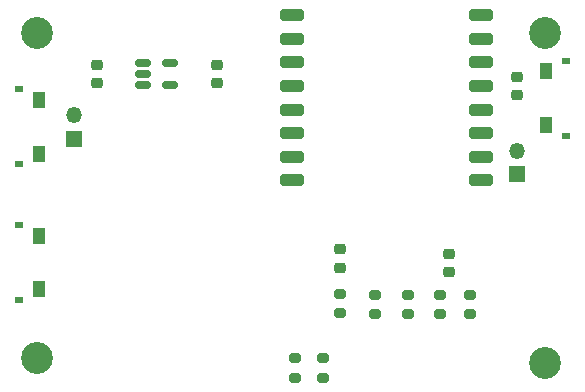
<source format=gbr>
%TF.GenerationSoftware,KiCad,Pcbnew,6.0.9-8da3e8f707~117~ubuntu22.04.1*%
%TF.CreationDate,2022-12-02T16:27:47-05:00*%
%TF.ProjectId,watch,77617463-682e-46b6-9963-61645f706362,rev?*%
%TF.SameCoordinates,Original*%
%TF.FileFunction,Soldermask,Top*%
%TF.FilePolarity,Negative*%
%FSLAX46Y46*%
G04 Gerber Fmt 4.6, Leading zero omitted, Abs format (unit mm)*
G04 Created by KiCad (PCBNEW 6.0.9-8da3e8f707~117~ubuntu22.04.1) date 2022-12-02 16:27:47*
%MOMM*%
%LPD*%
G01*
G04 APERTURE LIST*
G04 Aperture macros list*
%AMRoundRect*
0 Rectangle with rounded corners*
0 $1 Rounding radius*
0 $2 $3 $4 $5 $6 $7 $8 $9 X,Y pos of 4 corners*
0 Add a 4 corners polygon primitive as box body*
4,1,4,$2,$3,$4,$5,$6,$7,$8,$9,$2,$3,0*
0 Add four circle primitives for the rounded corners*
1,1,$1+$1,$2,$3*
1,1,$1+$1,$4,$5*
1,1,$1+$1,$6,$7*
1,1,$1+$1,$8,$9*
0 Add four rect primitives between the rounded corners*
20,1,$1+$1,$2,$3,$4,$5,0*
20,1,$1+$1,$4,$5,$6,$7,0*
20,1,$1+$1,$6,$7,$8,$9,0*
20,1,$1+$1,$8,$9,$2,$3,0*%
G04 Aperture macros list end*
%ADD10R,1.050000X1.450000*%
%ADD11R,0.800000X0.600000*%
%ADD12RoundRect,0.200000X0.275000X-0.200000X0.275000X0.200000X-0.275000X0.200000X-0.275000X-0.200000X0*%
%ADD13RoundRect,0.225000X-0.250000X0.225000X-0.250000X-0.225000X0.250000X-0.225000X0.250000X0.225000X0*%
%ADD14RoundRect,0.150000X-0.512500X-0.150000X0.512500X-0.150000X0.512500X0.150000X-0.512500X0.150000X0*%
%ADD15RoundRect,0.250000X-0.750000X-0.250000X0.750000X-0.250000X0.750000X0.250000X-0.750000X0.250000X0*%
%ADD16C,2.700000*%
%ADD17RoundRect,0.225000X0.250000X-0.225000X0.250000X0.225000X-0.250000X0.225000X-0.250000X-0.225000X0*%
%ADD18R,1.350000X1.350000*%
%ADD19O,1.350000X1.350000*%
G04 APERTURE END LIST*
D10*
%TO.C,SW2*%
X122567500Y-112175000D03*
X122567500Y-116725000D03*
D11*
X120817500Y-111250000D03*
X120817500Y-117650000D03*
%TD*%
D12*
%TO.C,R7*%
X144200000Y-124225000D03*
X144200000Y-122575000D03*
%TD*%
D13*
%TO.C,C2*%
X137580000Y-97725000D03*
X137580000Y-99275000D03*
%TD*%
D14*
%TO.C,U1*%
X131362500Y-97550000D03*
X131362500Y-98500000D03*
X131362500Y-99450000D03*
X133637500Y-99450000D03*
X133637500Y-97550000D03*
%TD*%
D12*
%TO.C,R6*%
X146600000Y-124225000D03*
X146600000Y-122575000D03*
%TD*%
D10*
%TO.C,SW4*%
X165432500Y-102825000D03*
X165432500Y-98275000D03*
D11*
X167182500Y-103750000D03*
X167182500Y-97350000D03*
%TD*%
D12*
%TO.C,R5*%
X153750000Y-118825000D03*
X153750000Y-117175000D03*
%TD*%
%TO.C,R1*%
X159000000Y-118825000D03*
X159000000Y-117175000D03*
%TD*%
D15*
%TO.C,U3*%
X144000000Y-93500000D03*
X144000000Y-95500000D03*
X144000000Y-97500000D03*
X144000000Y-99500000D03*
X144000000Y-101500000D03*
X144000000Y-103500000D03*
X144000000Y-105500000D03*
X144000000Y-107500000D03*
X160000000Y-107500000D03*
X160000000Y-105500000D03*
X160000000Y-103500000D03*
X160000000Y-101500000D03*
X160000000Y-99500000D03*
X160000000Y-97500000D03*
X160000000Y-95500000D03*
X160000000Y-93500000D03*
%TD*%
D12*
%TO.C,R3*%
X148000000Y-118737500D03*
X148000000Y-117087500D03*
%TD*%
D10*
%TO.C,SW3*%
X122567500Y-100675000D03*
X122567500Y-105225000D03*
D11*
X120817500Y-99750000D03*
X120817500Y-106150000D03*
%TD*%
D13*
%TO.C,C1*%
X127420000Y-97725000D03*
X127420000Y-99275000D03*
%TD*%
D16*
%TO.C,J2*%
X165405000Y-95000000D03*
X122405000Y-95000000D03*
X122405000Y-122500000D03*
X165405000Y-123000000D03*
%TD*%
D17*
%TO.C,C5*%
X148000000Y-114887500D03*
X148000000Y-113337500D03*
%TD*%
D12*
%TO.C,R4*%
X151000000Y-118825000D03*
X151000000Y-117175000D03*
%TD*%
D13*
%TO.C,C4*%
X163000000Y-98725000D03*
X163000000Y-100275000D03*
%TD*%
D17*
%TO.C,C3*%
X157250000Y-115275000D03*
X157250000Y-113725000D03*
%TD*%
D12*
%TO.C,R2*%
X156500000Y-118825000D03*
X156500000Y-117175000D03*
%TD*%
D18*
%TO.C,J3*%
X163000000Y-107000000D03*
D19*
X163000000Y-105000000D03*
%TD*%
D18*
%TO.C,J1*%
X125500000Y-104000000D03*
D19*
X125500000Y-102000000D03*
%TD*%
M02*

</source>
